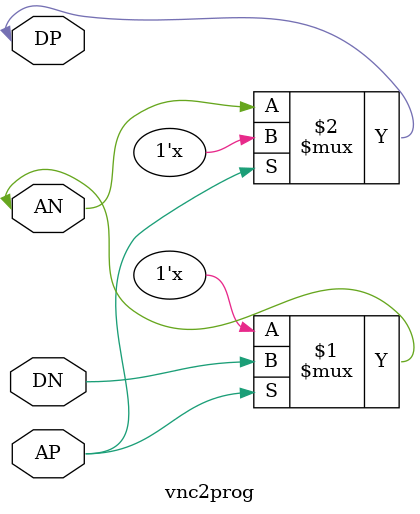
<source format=v>
module vnc2prog
(
  input  AP,   // TXEN  (FT232R: SLEEP)
  input  DN,   // TX    (FT232R: TXD) 
  inout  DP,   // RX    (FT232R: RXD) (3-state)
  inout  AN    // DEBUG (REVERSE-U16: X3 DEBUG) (3-state)
);

assign AN = AP ? DN : 1'bZ;
assign DP = AP ? 1'bZ : AN;

endmodule

</source>
